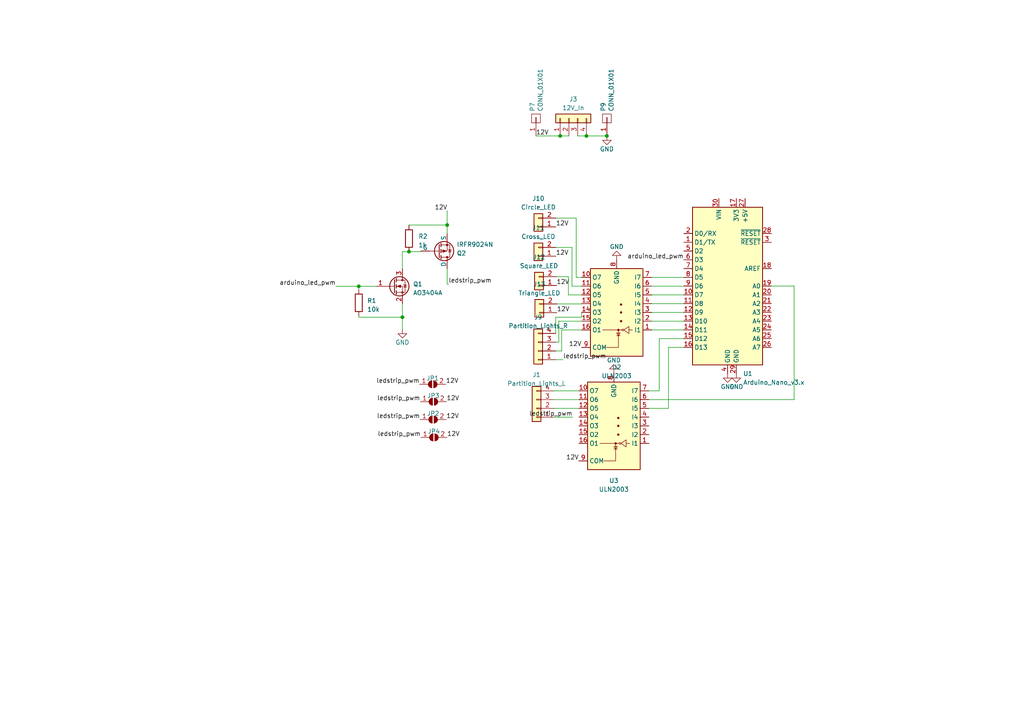
<source format=kicad_sch>
(kicad_sch (version 20230221) (generator eeschema)
  (paper "A4")
  (lib_symbols
    (symbol "4port-usb-hub-rescue:CONN_01X01" (pin_names (offset 1.016) hide)
      (property "Reference" "P" (at 0 2.54 0))
      (property "Value" "CONN_01X01" (at 2.54 0 90))
      (symbol "CONN_01X01_0_1"
        (rectangle (start -1.27 0.127) (end 0.254 -0.127))
        (rectangle (start -1.27 1.27) (end 1.27 -1.27))
      )
      (symbol "CONN_01X01_1_1"
        (pin passive line (at -5.08 0 0) (length 3.81) (name "P1") (number "1"))
      )
    )
    (symbol "4port-usb-hub-rescue:GND" (power) (pin_names (offset 0))
      (property "Value" "GND" (at 0 -3.81 0))
      (symbol "GND_0_1"
        (polyline (pts (xy 0 0) (xy 0 -1.27) (xy 1.27 -1.27) (xy 0 -2.54) (xy -1.27 -1.27) (xy 0 -1.27)))
      )
      (symbol "GND_1_1"
        (pin power_in line (at 0 0 270) (length 0) hide (name "GND") (number "1"))
      )
    )
    (symbol "Connector_Generic:Conn_01x02" (pin_names (offset 1.016) hide)
      (property "Reference" "J" (at 0 2.54 0))
      (property "Value" "Conn_01x02" (at 0 -5.08 0))
      (symbol "Conn_01x02_1_1"
        (rectangle (start -1.27 -2.413) (end 0 -2.667) (stroke (width 0.1524)))
        (rectangle (start -1.27 0.127) (end 0 -0.127) (stroke (width 0.1524)))
        (rectangle (start -1.27 1.27) (end 1.27 -3.81) (stroke (width 0.254)) (fill (type background)))
        (pin passive line (at -5.08 0 0) (length 3.81) (name "Pin_1") (number "1"))
        (pin passive line (at -5.08 -2.54 0) (length 3.81) (name "Pin_2") (number "2"))
      )
    )
    (symbol "Connector_Generic:Conn_01x04" (pin_names (offset 1.016) hide)
      (property "Reference" "J" (at 0 5.08 0))
      (property "Value" "Conn_01x04" (at 0 -7.62 0))
      (symbol "Conn_01x04_1_1"
        (rectangle (start -1.27 -4.953) (end 0 -5.207) (stroke (width 0.1524)))
        (rectangle (start -1.27 -2.413) (end 0 -2.667) (stroke (width 0.1524)))
        (rectangle (start -1.27 0.127) (end 0 -0.127) (stroke (width 0.1524)))
        (rectangle (start -1.27 2.667) (end 0 2.413) (stroke (width 0.1524)))
        (rectangle (start -1.27 3.81) (end 1.27 -6.35) (stroke (width 0.254)) (fill (type background)))
        (pin passive line (at -5.08 2.54 0) (length 3.81) (name "Pin_1") (number "1"))
        (pin passive line (at -5.08 0 0) (length 3.81) (name "Pin_2") (number "2"))
        (pin passive line (at -5.08 -2.54 0) (length 3.81) (name "Pin_3") (number "3"))
        (pin passive line (at -5.08 -5.08 0) (length 3.81) (name "Pin_4") (number "4"))
      )
    )
    (symbol "Device:R" (pin_numbers hide) (pin_names (offset 0))
      (property "Reference" "R" (at 2.032 0 90))
      (property "Value" "R" (at 0 0 90))
      (symbol "R_0_1"
        (rectangle (start -1.016 -2.54) (end 1.016 2.54) (stroke (width 0.254)))
      )
      (symbol "R_1_1"
        (pin passive line (at 0 3.81 270) (length 1.27) (name "~") (number "1"))
        (pin passive line (at 0 -3.81 90) (length 1.27) (name "~") (number "2"))
      )
    )
    (symbol "Jumper:SolderJumper_2_Open" (pin_names (offset 0) hide)
      (property "Reference" "JP" (at 0 2.032 0))
      (property "Value" "SolderJumper_2_Open" (at 0 -2.54 0))
      (symbol "SolderJumper_2_Open_0_1"
        (arc (start -0.254 1.016) (mid -1.2656 0) (end -0.254 -1.016))
        (arc (start -0.254 1.016) (mid -1.2656 0) (end -0.254 -1.016) (fill (type outline)))
        (polyline (pts (xy -0.254 1.016) (xy -0.254 -1.016)))
        (polyline (pts (xy 0.254 1.016) (xy 0.254 -1.016)))
        (arc (start 0.254 -1.016) (mid 1.2656 0) (end 0.254 1.016))
        (arc (start 0.254 -1.016) (mid 1.2656 0) (end 0.254 1.016) (fill (type outline)))
      )
      (symbol "SolderJumper_2_Open_1_1"
        (pin passive line (at -3.81 0 0) (length 2.54) (name "A") (number "1"))
        (pin passive line (at 3.81 0 180) (length 2.54) (name "B") (number "2"))
      )
    )
    (symbol "MCU_Module:Arduino_Nano_v3.x"
      (property "Reference" "A" (at -10.16 23.495 0))
      (property "Value" "Arduino_Nano_v3.x" (at 5.08 -24.13 0))
      (symbol "Arduino_Nano_v3.x_0_1"
        (rectangle (start -10.16 22.86) (end 10.16 -22.86) (stroke (width 0.254)) (fill (type background)))
      )
      (symbol "Arduino_Nano_v3.x_1_1"
        (pin bidirectional line (at -12.7 12.7 0) (length 2.54) (name "D1/TX") (number "1"))
        (pin bidirectional line (at -12.7 -2.54 0) (length 2.54) (name "D7") (number "10"))
        (pin bidirectional line (at -12.7 -5.08 0) (length 2.54) (name "D8") (number "11"))
        (pin bidirectional line (at -12.7 -7.62 0) (length 2.54) (name "D9") (number "12"))
        (pin bidirectional line (at -12.7 -10.16 0) (length 2.54) (name "D10") (number "13"))
        (pin bidirectional line (at -12.7 -12.7 0) (length 2.54) (name "D11") (number "14"))
        (pin bidirectional line (at -12.7 -15.24 0) (length 2.54) (name "D12") (number "15"))
        (pin bidirectional line (at -12.7 -17.78 0) (length 2.54) (name "D13") (number "16"))
        (pin power_out line (at 2.54 25.4 270) (length 2.54) (name "3V3") (number "17"))
        (pin input line (at 12.7 5.08 180) (length 2.54) (name "AREF") (number "18"))
        (pin bidirectional line (at 12.7 0 180) (length 2.54) (name "A0") (number "19"))
        (pin bidirectional line (at -12.7 15.24 0) (length 2.54) (name "D0/RX") (number "2"))
        (pin bidirectional line (at 12.7 -2.54 180) (length 2.54) (name "A1") (number "20"))
        (pin bidirectional line (at 12.7 -5.08 180) (length 2.54) (name "A2") (number "21"))
        (pin bidirectional line (at 12.7 -7.62 180) (length 2.54) (name "A3") (number "22"))
        (pin bidirectional line (at 12.7 -10.16 180) (length 2.54) (name "A4") (number "23"))
        (pin bidirectional line (at 12.7 -12.7 180) (length 2.54) (name "A5") (number "24"))
        (pin bidirectional line (at 12.7 -15.24 180) (length 2.54) (name "A6") (number "25"))
        (pin bidirectional line (at 12.7 -17.78 180) (length 2.54) (name "A7") (number "26"))
        (pin power_out line (at 5.08 25.4 270) (length 2.54) (name "+5V") (number "27"))
        (pin input line (at 12.7 15.24 180) (length 2.54) (name "~{RESET}") (number "28"))
        (pin power_in line (at 2.54 -25.4 90) (length 2.54) (name "GND") (number "29"))
        (pin input line (at 12.7 12.7 180) (length 2.54) (name "~{RESET}") (number "3"))
        (pin power_in line (at -2.54 25.4 270) (length 2.54) (name "VIN") (number "30"))
        (pin power_in line (at 0 -25.4 90) (length 2.54) (name "GND") (number "4"))
        (pin bidirectional line (at -12.7 10.16 0) (length 2.54) (name "D2") (number "5"))
        (pin bidirectional line (at -12.7 7.62 0) (length 2.54) (name "D3") (number "6"))
        (pin bidirectional line (at -12.7 5.08 0) (length 2.54) (name "D4") (number "7"))
        (pin bidirectional line (at -12.7 2.54 0) (length 2.54) (name "D5") (number "8"))
        (pin bidirectional line (at -12.7 0 0) (length 2.54) (name "D6") (number "9"))
      )
    )
    (symbol "Simulation_SPICE:PMOS" (pin_numbers hide) (pin_names (offset 0))
      (property "Reference" "Q1" (at 5.3086 0.635 0))
      (property "Value" "IRFR9024N" (at 5.3086 -1.905 0))
      (symbol "PMOS_0_1"
        (polyline (pts (xy 0.254 0) (xy -2.54 0)))
        (polyline (pts (xy 0.254 1.905) (xy 0.254 -1.905)) (stroke (width 0.254)))
        (polyline (pts (xy 0.762 -1.27) (xy 0.762 -2.286)) (stroke (width 0.254)))
        (polyline (pts (xy 0.762 0.508) (xy 0.762 -0.508)) (stroke (width 0.254)))
        (polyline (pts (xy 0.762 2.286) (xy 0.762 1.27)) (stroke (width 0.254)))
        (polyline (pts (xy 2.54 2.54) (xy 2.54 1.778)))
        (polyline (pts (xy 2.54 -2.54) (xy 2.54 0) (xy 0.762 0)))
        (polyline (pts (xy 0.762 1.778) (xy 3.302 1.778) (xy 3.302 -1.778) (xy 0.762 -1.778)))
        (polyline (pts (xy 2.286 0) (xy 1.27 0.381) (xy 1.27 -0.381) (xy 2.286 0)) (fill (type outline)))
        (polyline (pts (xy 2.794 -0.508) (xy 2.921 -0.381) (xy 3.683 -0.381) (xy 3.81 -0.254)))
        (polyline (pts (xy 3.302 -0.381) (xy 2.921 0.254) (xy 3.683 0.254) (xy 3.302 -0.381)))
        (circle (center 1.651 0) (radius 2.794) (stroke (width 0.254)))
        (circle (center 2.54 -1.778) (radius 0.254) (fill (type outline)))
        (circle (center 2.54 1.778) (radius 0.254) (fill (type outline)))
      )
      (symbol "PMOS_1_1"
        (pin input line (at -5.08 0 0) (length 2.54) (name "G") (number "1"))
        (pin passive line (at 2.54 5.08 270) (length 2.54) (name "D") (number "2"))
        (pin passive line (at 2.54 -5.08 90) (length 2.54) (name "S") (number "3"))
      )
    )
    (symbol "Transistor_Array:ULN2003"
      (property "Reference" "U" (at 0 15.875 0))
      (property "Value" "ULN2003" (at 0 13.97 0))
      (symbol "ULN2003_0_1"
        (rectangle (start -7.62 -12.7) (end 7.62 12.7) (stroke (width 0.254)) (fill (type background)))
        (circle (center -1.778 5.08) (radius 0.254))
        (circle (center -1.27 -2.286) (radius 0.254) (fill (type outline)))
        (circle (center -1.27 0) (radius 0.254) (fill (type outline)))
        (circle (center -1.27 2.54) (radius 0.254) (fill (type outline)))
        (circle (center -0.508 5.08) (radius 0.254) (fill (type outline)))
        (polyline (pts (xy -4.572 5.08) (xy -3.556 5.08)))
        (polyline (pts (xy -1.524 5.08) (xy 4.064 5.08)))
        (polyline (pts (xy 0 6.731) (xy -1.016 6.731)))
        (polyline (pts (xy -0.508 5.08) (xy -0.508 10.16) (xy 2.921 10.16)))
        (polyline (pts (xy -3.556 6.096) (xy -3.556 4.064) (xy -2.032 5.08) (xy -3.556 6.096)))
        (polyline (pts (xy 0 5.969) (xy -1.016 5.969) (xy -0.508 6.731) (xy 0 5.969)))
      )
      (symbol "ULN2003_1_1"
        (pin input line (at -10.16 5.08 0) (length 2.54) (name "I1") (number "1"))
        (pin open_collector line (at 10.16 -10.16 180) (length 2.54) (name "O7") (number "10"))
        (pin open_collector line (at 10.16 -7.62 180) (length 2.54) (name "O6") (number "11"))
        (pin open_collector line (at 10.16 -5.08 180) (length 2.54) (name "O5") (number "12"))
        (pin open_collector line (at 10.16 -2.54 180) (length 2.54) (name "O4") (number "13"))
        (pin open_collector line (at 10.16 0 180) (length 2.54) (name "O3") (number "14"))
        (pin open_collector line (at 10.16 2.54 180) (length 2.54) (name "O2") (number "15"))
        (pin open_collector line (at 10.16 5.08 180) (length 2.54) (name "O1") (number "16"))
        (pin input line (at -10.16 2.54 0) (length 2.54) (name "I2") (number "2"))
        (pin input line (at -10.16 0 0) (length 2.54) (name "I3") (number "3"))
        (pin input line (at -10.16 -2.54 0) (length 2.54) (name "I4") (number "4"))
        (pin input line (at -10.16 -5.08 0) (length 2.54) (name "I5") (number "5"))
        (pin input line (at -10.16 -7.62 0) (length 2.54) (name "I6") (number "6"))
        (pin input line (at -10.16 -10.16 0) (length 2.54) (name "I7") (number "7"))
        (pin power_in line (at 0 -15.24 90) (length 2.54) (name "GND") (number "8"))
        (pin passive line (at 10.16 10.16 180) (length 2.54) (name "COM") (number "9"))
      )
    )
    (symbol "Transistor_FET:AO3400A" (pin_names hide)
      (property "Reference" "Q" (at 5.08 1.905 0))
      (property "Value" "AO3400A" (at 5.08 0 0))
      (symbol "AO3400A_0_1"
        (polyline (pts (xy 0.254 0) (xy -2.54 0)))
        (polyline (pts (xy 0.254 1.905) (xy 0.254 -1.905)) (stroke (width 0.254)))
        (polyline (pts (xy 0.762 -1.27) (xy 0.762 -2.286)) (stroke (width 0.254)))
        (polyline (pts (xy 0.762 0.508) (xy 0.762 -0.508)) (stroke (width 0.254)))
        (polyline (pts (xy 0.762 2.286) (xy 0.762 1.27)) (stroke (width 0.254)))
        (polyline (pts (xy 2.54 2.54) (xy 2.54 1.778)))
        (polyline (pts (xy 2.54 -2.54) (xy 2.54 0) (xy 0.762 0)))
        (polyline (pts (xy 0.762 -1.778) (xy 3.302 -1.778) (xy 3.302 1.778) (xy 0.762 1.778)))
        (polyline (pts (xy 1.016 0) (xy 2.032 0.381) (xy 2.032 -0.381) (xy 1.016 0)) (fill (type outline)))
        (polyline (pts (xy 2.794 0.508) (xy 2.921 0.381) (xy 3.683 0.381) (xy 3.81 0.254)))
        (polyline (pts (xy 3.302 0.381) (xy 2.921 -0.254) (xy 3.683 -0.254) (xy 3.302 0.381)))
        (circle (center 1.651 0) (radius 2.794) (stroke (width 0.254)))
        (circle (center 2.54 -1.778) (radius 0.254) (fill (type outline)))
        (circle (center 2.54 1.778) (radius 0.254) (fill (type outline)))
      )
      (symbol "AO3400A_1_1"
        (pin input line (at -5.08 0 0) (length 2.54) (name "G") (number "1"))
        (pin passive line (at 2.54 -5.08 90) (length 2.54) (name "S") (number "2"))
        (pin passive line (at 2.54 5.08 270) (length 2.54) (name "D") (number "3"))
      )
    )
  )
  (junction (at 162.47 39.4274))
  (junction (at 170.09 39.4274))
  (junction (at 116.713 92.0085))
  (junction (at 176.022 39.4274))
  (junction (at 118.618 72.9996))
  (junction (at 129.6924 65.2714))
  (junction (at 104.0638 83.0326))
  (wire (pts (xy 176.022 39.4274) (xy 170.09 39.4274)))
  (wire (pts (xy 162.0463 99.2267) (xy 162.0463 99.2521)))
  (wire (pts (xy 188.214 113.3602) (xy 191.2059 113.3602)))
  (wire (pts (xy 189.0211 93.1561) (xy 198.3289 93.1561)))
  (wire (pts (xy 129.6924 65.2714) (xy 118.618 65.2714)))
  (wire (pts (xy 129.6924 77.9018) (xy 129.6924 82.3864)))
  (wire (pts (xy 167.894 113.3602) (xy 160.7001 113.3602)))
  (wire (pts (xy 116.713 72.9996) (xy 116.713 77.9526)))
  (wire (pts (xy 164.8618 85.5361) (xy 168.7011 85.5361)))
  (wire (pts (xy 122.0724 72.9996) (xy 122.0724 72.8218)))
  (wire (pts (xy 97.409 83.0326) (xy 104.0638 83.0326)))
  (wire (pts (xy 193.8803 118.4402) (xy 193.8803 100.7541)))
  (wire (pts (xy 189.0211 88.0761) (xy 198.3289 88.0761)))
  (wire (pts (xy 160.7001 118.4402) (xy 160.7001 118.4545)))
  (wire (pts (xy 116.713 92.0085) (xy 116.713 95.5065)))
  (wire (pts (xy 230.3269 82.9741) (xy 223.7289 82.9741)))
  (wire (pts (xy 193.8803 100.7541) (xy 198.3289 100.7541)))
  (wire (pts (xy 129.6924 67.7418) (xy 129.6924 65.2714)))
  (wire (pts (xy 161.1827 101.7921) (xy 162.9099 101.7921)))
  (wire (pts (xy 198.3289 82.9961) (xy 198.3289 82.9741)))
  (wire (pts (xy 118.618 65.2714) (xy 118.618 65.3796)))
  (wire (pts (xy 166.0595 121.0056) (xy 166.0398 121.0056)))
  (wire (pts (xy 161.4113 80.2529) (xy 164.8618 80.2529)))
  (wire (pts (xy 198.3289 90.6161) (xy 198.3289 90.5941)))
  (wire (pts (xy 162.1225 93.1561) (xy 168.7011 93.1561)))
  (wire (pts (xy 168.7011 88.1523) (xy 168.7011 88.0761)))
  (wire (pts (xy 161.2335 63.2603) (xy 167.1263 63.2603)))
  (wire (pts (xy 155.458 39.4274) (xy 162.47 39.4274)))
  (wire (pts (xy 167.894 115.9145) (xy 167.894 115.9002)))
  (wire (pts (xy 189.0211 82.9961) (xy 198.3289 82.9961)))
  (wire (pts (xy 230.3269 115.9002) (xy 230.3269 82.9741)))
  (wire (pts (xy 161.1827 104.3321) (xy 163.3163 104.3321)))
  (wire (pts (xy 129.6924 65.2714) (xy 129.6924 61.1886)))
  (wire (pts (xy 161.2335 71.7693) (xy 165.9005 71.7693)))
  (wire (pts (xy 188.214 118.4402) (xy 193.8803 118.4402)))
  (wire (pts (xy 116.713 92.0085) (xy 104.0638 92.0085)))
  (wire (pts (xy 198.3289 88.0761) (xy 198.3289 88.0541)))
  (wire (pts (xy 165.9005 71.7693) (xy 165.9005 82.9961)))
  (wire (pts (xy 104.0638 83.0326) (xy 109.093 83.0326)))
  (wire (pts (xy 198.3289 93.1561) (xy 198.3289 93.1341)))
  (wire (pts (xy 160.7001 113.3602) (xy 160.7001 113.3745)))
  (wire (pts (xy 162.9099 101.7921) (xy 162.9099 95.6961)))
  (wire (pts (xy 198.3289 85.5361) (xy 198.3289 85.5141)))
  (wire (pts (xy 161.5129 88.1523) (xy 168.7011 88.1523)))
  (wire (pts (xy 198.3289 80.4561) (xy 198.3289 80.4341)))
  (wire (pts (xy 191.2059 113.3602) (xy 191.2059 98.2141)))
  (wire (pts (xy 162.47 39.4274) (xy 165.01 39.4274)))
  (wire (pts (xy 162.0717 99.2267) (xy 162.0717 93.1307)))
  (wire (pts (xy 162.0463 99.2267) (xy 162.0717 99.2267)))
  (wire (pts (xy 162.9099 95.6961) (xy 168.7011 95.6961)))
  (wire (pts (xy 116.713 95.5065) (xy 116.7087 95.5065)))
  (wire (pts (xy 167.1263 63.2603) (xy 167.1263 80.4561)))
  (wire (pts (xy 191.2059 98.2141) (xy 198.3289 98.2141)))
  (wire (pts (xy 165.9005 82.9961) (xy 168.7011 82.9961)))
  (wire (pts (xy 162.0717 93.1307) (xy 162.1225 93.1307)))
  (wire (pts (xy 129.6924 82.3864) (xy 130.0727 82.3864)))
  (wire (pts (xy 188.214 115.9002) (xy 230.3269 115.9002)))
  (wire (pts (xy 164.8618 80.2529) (xy 164.8618 85.5361)))
  (wire (pts (xy 189.0211 90.6161) (xy 198.3289 90.6161)))
  (wire (pts (xy 167.55 39.4274) (xy 170.09 39.4274)))
  (wire (pts (xy 129.6924 61.1886) (xy 129.7686 61.1886)))
  (wire (pts (xy 116.713 88.1126) (xy 116.713 92.0085)))
  (wire (pts (xy 162.0463 99.2521) (xy 161.1827 99.2521)))
  (wire (pts (xy 160.7001 115.9145) (xy 167.894 115.9145)))
  (wire (pts (xy 104.0638 92.0085) (xy 104.0638 91.6432)))
  (wire (pts (xy 116.713 72.9996) (xy 118.618 72.9996)))
  (wire (pts (xy 161.4113 82.8047) (xy 161.4113 82.7929)))
  (wire (pts (xy 104.0638 84.0232) (xy 104.0638 83.0326)))
  (wire (pts (xy 167.894 118.4402) (xy 160.7001 118.4402)))
  (wire (pts (xy 118.618 72.9996) (xy 122.0724 72.9996)))
  (wire (pts (xy 189.0211 80.4561) (xy 198.3289 80.4561)))
  (wire (pts (xy 166.0595 120.9945) (xy 166.0595 121.0056)))
  (wire (pts (xy 167.1263 80.4561) (xy 168.7011 80.4561)))
  (wire (pts (xy 161.1827 91.9988) (xy 161.1827 96.7121)))
  (wire (pts (xy 162.1225 93.1307) (xy 162.1225 93.1561)))
  (wire (pts (xy 189.0211 95.6961) (xy 198.3289 95.6961)))
  (wire (pts (xy 189.0211 85.5361) (xy 198.3289 85.5361)))
  (wire (pts (xy 198.3289 95.6961) (xy 198.3289 95.6741)))
  (wire (pts (xy 161.1827 91.9988) (xy 168.7011 91.9988)))
  (wire (pts (xy 168.7011 91.9988) (xy 168.7011 90.6161)))
  (wire (pts (xy 160.7001 120.9945) (xy 166.0595 120.9945)))
  (label "12V" (at 155.458 39.4274 0))
  (label "12V" (at 129.4384 121.6914 0))
  (label "12V" (at 129.3114 111.4552 0))
  (label "12V" (at 129.7686 61.1886 180))
  (label "12V" (at 161.4113 82.8047 0))
  (label "ledstrip_pwm" (at 121.6914 111.4552 180))
  (label "ledstrip_pwm" (at 130.0727 82.3864 0))
  (label "ledstrip_pwm" (at 121.8946 116.5098 180))
  (label "ledstrip_pwm" (at 166.0398 121.0056 180))
  (label "12V" (at 129.5146 116.5098 0))
  (label "12V" (at 129.667 126.873 0))
  (label "12V" (at 168.7011 100.7761 180))
  (label "12V" (at 161.2335 74.3093 0))
  (label "ledstrip_pwm" (at 121.8184 121.6914 180))
  (label "12V" (at 161.2335 65.8003 0))
  (label "12V" (at 161.5129 90.6923 0))
  (label "ledstrip_pwm" (at 163.3163 104.3321 0))
  (label "12V" (at 167.894 133.6802 180))
  (label "ledstrip_pwm" (at 122.047 126.873 180))
  (label "arduino_led_pwm" (at 97.409 83.0326 180))
  (label "arduino_led_pwm" (at 198.3289 75.3541 180))
  (symbol (lib_id "4port-usb-hub-rescue:GND") (at 213.5689 108.3741 0) (unit 1)
    (property "Reference" "#PWR0126" (effects hide))
    (property "Value" "GND" (at 213.5689 112.1841 0))
  )
  (symbol (lib_id "Connector_Generic:Conn_01x04") (at 165.01 34.3474 90) (unit 1)
    (property "Reference" "J3" (at 166.28 28.7594 90))
    (property "Value" "12V_In" (at 166.28 31.2994 90))
    (property "Footprint" "Connector_JST:JST_XH_B4B-XH-A_1x04_P2.50mm_Vertical" (effects hide))
  )
  (symbol (lib_id "Simulation_SPICE:PMOS") (at 127.1524 72.8218 0) (mirror x) (unit 1)
    (property "Reference" "Q2" (at 132.461 73.4568 0) (effects (justify left)))
    (property "Value" "IRFR9024N" (at 132.461 70.9168 0) (effects (justify left)))
    (property "Footprint" "Package_TO_SOT_SMD:TO-252-2" (effects hide))
    (property "Datasheet" "https://ngspice.sourceforge.io/docs/ngspice-manual.pdf" (effects hide))
    (property "Sim.Device" "PMOS" (effects hide))
    (property "Sim.Type" "VDMOS" (effects hide))
    (property "Sim.Pins" "1=G 2=D 3=S" (effects hide))
  )
  (symbol (lib_id "Connector_Generic:Conn_01x02") (at 156.1535 65.8003 180) (unit 1)
    (property "Reference" "J10" (at 156.1535 57.5707 0))
    (property "Value" "Circle_LED" (at 156.1535 60.1107 0))
    (property "Footprint" "Connector_JST:JST_XH_B2B-XH-A_1x02_P2.50mm_Vertical" (effects hide))
  )
  (symbol (lib_id "4port-usb-hub-rescue:GND") (at 178.054 108.2802 180) (unit 1)
    (property "Reference" "#PWR0122" (effects hide))
    (property "Value" "GND" (at 178.054 104.4702 0))
  )
  (symbol (lib_id "4port-usb-hub-rescue:CONN_01X01") (at 176.022 34.3474 90) (unit 1)
    (property "Reference" "P9" (at 174.9806 32.3662 0) (effects (justify left)))
    (property "Value" "CONN_01X01" (at 177.292 32.3662 0) (effects (justify left)))
    (property "Footprint" "MountingHole:MountingHole_3.2mm_M3_Pad" (effects hide))
  )
  (symbol (lib_id "Connector_Generic:Conn_01x04") (at 156.1027 101.7921 180) (unit 1)
    (property "Reference" "J9" (at 156.1027 91.9877 0))
    (property "Value" "Partition_Lights_R" (at 156.1027 94.5277 0))
    (property "Footprint" "Connector_JST:JST_XH_B4B-XH-A_1x04_P2.50mm_Vertical" (effects hide))
  )
  (symbol (lib_id "MCU_Module:Arduino_Nano_v3.x") (at 211.0289 82.9741 0) (unit 1)
    (property "Reference" "U1" (at 215.5248 108.3741 0) (effects (justify left)))
    (property "Value" "Arduino_Nano_v3.x" (at 215.5248 110.9141 0) (effects (justify left)))
    (property "Footprint" "Module:Arduino_Nano" (effects hide))
    (property "Datasheet" "http://www.mouser.com/pdfdocs/Gravitech_Arduino_Nano3_0.pdf" (effects hide))
  )
  (symbol (lib_id "Jumper:SolderJumper_2_Open") (at 125.6284 121.6914 0) (unit 1)
    (property "Reference" "JP2" (at 125.6284 119.9388 0))
    (property "Value" "SolderJumper_2_Open" (effects hide))
    (property "Footprint" "Jumper:SolderJumper-2_P1.3mm_Open_RoundedPad1.0x1.5mm" (effects hide))
  )
  (symbol (lib_id "Jumper:SolderJumper_2_Open") (at 125.857 126.873 0) (unit 1)
    (property "Reference" "JP4" (at 125.857 125.1204 0))
    (property "Value" "SolderJumper_2_Open" (effects hide))
    (property "Footprint" "Jumper:SolderJumper-2_P1.3mm_Open_RoundedPad1.0x1.5mm" (effects hide))
  )
  (symbol (lib_id "Connector_Generic:Conn_01x02") (at 156.4329 90.6923 180) (unit 1)
    (property "Reference" "J13" (at 156.4329 82.4627 0))
    (property "Value" "Triangle_LED" (at 156.4329 85.0027 0))
    (property "Footprint" "Connector_JST:JST_XH_B2B-XH-A_1x02_P2.50mm_Vertical" (effects hide))
  )
  (symbol (lib_id "4port-usb-hub-rescue:GND") (at 116.7087 95.5065 0) (unit 1)
    (property "Reference" "#PWR01" (effects hide))
    (property "Value" "GND" (at 116.7087 99.3165 0))
  )
  (symbol (lib_id "Jumper:SolderJumper_2_Open") (at 125.7046 116.5098 0) (unit 1)
    (property "Reference" "JP3" (at 125.7046 114.7572 0))
    (property "Value" "SolderJumper_2_Open" (effects hide))
    (property "Footprint" "Jumper:SolderJumper-2_P1.3mm_Open_RoundedPad1.0x1.5mm" (effects hide))
  )
  (symbol (lib_id "Transistor_Array:ULN2003") (at 178.8611 90.6161 180) (unit 1)
    (property "Reference" "U2" (at 178.8611 106.4911 0))
    (property "Value" "ULN2003" (at 178.8611 109.0311 0))
    (property "Footprint" "Package_DIP:DIP-16_W7.62mm" (effects hide))
    (property "Datasheet" "http://www.ti.com/lit/ds/symlink/uln2003a.pdf" (effects hide))
  )
  (symbol (lib_id "Device:R") (at 104.0638 87.8332 0) (unit 1)
    (property "Reference" "R1" (at 106.4768 87.1982 0) (effects (justify left)))
    (property "Value" "10k" (at 106.4768 89.7382 0) (effects (justify left)))
    (property "Footprint" "Resistor_SMD:R_1206_3216Metric" (effects hide))
  )
  (symbol (lib_id "Transistor_Array:ULN2003") (at 178.054 123.5202 180) (unit 1)
    (property "Reference" "U3" (at 178.054 139.3952 0))
    (property "Value" "ULN2003" (at 178.054 141.9352 0))
    (property "Footprint" "Package_DIP:DIP-16_W7.62mm" (effects hide))
    (property "Datasheet" "http://www.ti.com/lit/ds/symlink/uln2003a.pdf" (effects hide))
  )
  (symbol (lib_id "4port-usb-hub-rescue:GND") (at 211.0289 108.3741 0) (unit 1)
    (property "Reference" "#PWR0117" (effects hide))
    (property "Value" "GND" (at 211.0289 112.1841 0))
  )
  (symbol (lib_id "Connector_Generic:Conn_01x04") (at 155.6201 118.4545 180) (unit 1)
    (property "Reference" "J1" (at 155.6201 108.7009 0))
    (property "Value" "Partition_Lights_L" (at 155.6201 111.2409 0))
    (property "Footprint" "Connector_JST:JST_XH_B4B-XH-A_1x04_P2.50mm_Vertical" (effects hide))
  )
  (symbol (lib_id "Device:R") (at 118.618 69.1896 0) (unit 1)
    (property "Reference" "R2" (at 121.3358 68.5546 0) (effects (justify left)))
    (property "Value" "1k" (at 121.3358 71.0946 0) (effects (justify left)))
    (property "Footprint" "Resistor_SMD:R_1206_3216Metric" (effects hide))
  )
  (symbol (lib_id "Transistor_FET:AO3400A") (at 114.173 83.0326 0) (unit 1)
    (property "Reference" "Q1" (at 119.7864 82.3976 0) (effects (justify left)))
    (property "Value" "AO3404A" (at 119.7864 84.9376 0) (effects (justify left)))
    (property "Footprint" "Package_TO_SOT_SMD:SOT-23" (effects hide))
    (property "Datasheet" "http://www.aosmd.com/pdfs/datasheet/AO3400A.pdf" (effects hide))
  )
  (symbol (lib_id "Connector_Generic:Conn_01x02") (at 156.1535 74.3093 180) (unit 1)
    (property "Reference" "J11" (at 156.1535 66.0797 0))
    (property "Value" "Cross_LED" (at 156.1535 68.6197 0))
    (property "Footprint" "Connector_JST:JST_XH_B2B-XH-A_1x02_P2.50mm_Vertical" (effects hide))
  )
  (symbol (lib_id "4port-usb-hub-rescue:CONN_01X01") (at 155.458 34.3474 90) (unit 1)
    (property "Reference" "P7" (at 154.4166 32.3662 0) (effects (justify left)))
    (property "Value" "CONN_01X01" (at 156.728 32.3662 0) (effects (justify left)))
    (property "Footprint" "MountingHole:MountingHole_3.2mm_M3_Pad" (effects hide))
  )
  (symbol (lib_id "4port-usb-hub-rescue:GND") (at 178.8611 75.3761 180) (unit 1)
    (property "Reference" "#PWR0120" (effects hide))
    (property "Value" "GND" (at 178.8611 71.5661 0))
  )
  (symbol (lib_id "Jumper:SolderJumper_2_Open") (at 125.5014 111.4552 0) (unit 1)
    (property "Reference" "JP1" (at 125.5014 109.7026 0))
    (property "Value" "SolderJumper_2_Open" (effects hide))
    (property "Footprint" "Jumper:SolderJumper-2_P1.3mm_Open_RoundedPad1.0x1.5mm" (effects hide))
  )
  (symbol (lib_id "Connector_Generic:Conn_01x02") (at 156.3313 82.7929 180) (unit 1)
    (property "Reference" "J12" (at 156.3313 74.5633 0))
    (property "Value" "Square_LED" (at 156.3313 77.1033 0))
    (property "Footprint" "Connector_JST:JST_XH_B2B-XH-A_1x02_P2.50mm_Vertical" (effects hide))
  )
  (symbol (lib_id "4port-usb-hub-rescue:GND") (at 176.022 39.4274 0) (unit 1)
    (property "Reference" "#PWR0121" (effects hide))
    (property "Value" "GND" (at 176.022 43.2374 0))
  )
)
</source>
